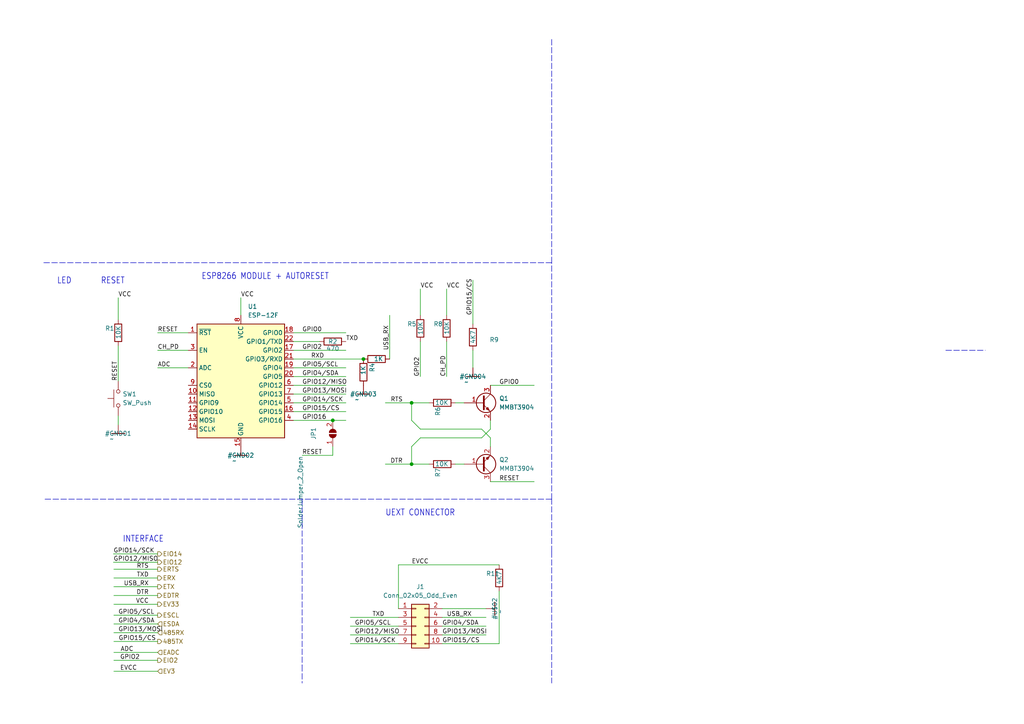
<source format=kicad_sch>
(kicad_sch (version 20211123) (generator eeschema)
  (paper "A4")
  (lib_symbols
    (symbol "CPU_ESPID12-eagle-import:GND" (power)
      (property "Value" "GND" (at -2.54 -2.54 0))
      (symbol "GND_1_0"
        (polyline (pts (xy -1.905 0) (xy 1.905 0)) (stroke (width 0.254)))
        (pin power_in line (at 0 2.54 270) (length 2.54) (name "GND") (number "1"))
      )
    )
    (symbol "Connector_Generic:Conn_02x05_Odd_Even" (pin_names (offset 1.016) hide)
      (property "Reference" "J" (at 1.27 7.62 0))
      (property "Value" "Conn_02x05_Odd_Even" (at 1.27 -7.62 0))
      (symbol "Conn_02x05_Odd_Even_1_1"
        (rectangle (start -1.27 -4.953) (end 0 -5.207) (stroke (width 0.1524)))
        (rectangle (start -1.27 -2.413) (end 0 -2.667) (stroke (width 0.1524)))
        (rectangle (start -1.27 0.127) (end 0 -0.127) (stroke (width 0.1524)))
        (rectangle (start -1.27 2.667) (end 0 2.413) (stroke (width 0.1524)))
        (rectangle (start -1.27 5.207) (end 0 4.953) (stroke (width 0.1524)))
        (rectangle (start -1.27 6.35) (end 3.81 -6.35) (stroke (width 0.254)) (fill (type background)))
        (rectangle (start 3.81 -4.953) (end 2.54 -5.207) (stroke (width 0.1524)))
        (rectangle (start 3.81 -2.413) (end 2.54 -2.667) (stroke (width 0.1524)))
        (rectangle (start 3.81 0.127) (end 2.54 -0.127) (stroke (width 0.1524)))
        (rectangle (start 3.81 2.667) (end 2.54 2.413) (stroke (width 0.1524)))
        (rectangle (start 3.81 5.207) (end 2.54 4.953) (stroke (width 0.1524)))
        (pin passive line (at -5.08 5.08 0) (length 3.81) (name "Pin_1") (number "1"))
        (pin passive line (at 7.62 -5.08 180) (length 3.81) (name "Pin_10") (number "10"))
        (pin passive line (at 7.62 5.08 180) (length 3.81) (name "Pin_2") (number "2"))
        (pin passive line (at -5.08 2.54 0) (length 3.81) (name "Pin_3") (number "3"))
        (pin passive line (at 7.62 2.54 180) (length 3.81) (name "Pin_4") (number "4"))
        (pin passive line (at -5.08 0 0) (length 3.81) (name "Pin_5") (number "5"))
        (pin passive line (at 7.62 0 180) (length 3.81) (name "Pin_6") (number "6"))
        (pin passive line (at -5.08 -2.54 0) (length 3.81) (name "Pin_7") (number "7"))
        (pin passive line (at 7.62 -2.54 180) (length 3.81) (name "Pin_8") (number "8"))
        (pin passive line (at -5.08 -5.08 0) (length 3.81) (name "Pin_9") (number "9"))
      )
    )
    (symbol "Device:R" (pin_numbers hide) (pin_names (offset 0))
      (property "Reference" "R" (at 2.032 0 90))
      (property "Value" "R" (at 0 0 90))
      (symbol "R_0_1"
        (rectangle (start -1.016 -2.54) (end 1.016 2.54) (stroke (width 0.254)))
      )
      (symbol "R_1_1"
        (pin passive line (at 0 3.81 270) (length 1.27) (name "~") (number "1"))
        (pin passive line (at 0 -3.81 90) (length 1.27) (name "~") (number "2"))
      )
    )
    (symbol "Jumper:SolderJumper_2_Open" (pin_names (offset 0) hide)
      (property "Reference" "JP" (at 0 2.032 0))
      (property "Value" "SolderJumper_2_Open" (at 0 -2.54 0))
      (symbol "SolderJumper_2_Open_0_1"
        (arc (start -0.254 1.016) (mid -1.27 0) (end -0.254 -1.016))
        (arc (start -0.254 1.016) (mid -1.27 0) (end -0.254 -1.016) (fill (type outline)))
        (polyline (pts (xy -0.254 1.016) (xy -0.254 -1.016)))
        (polyline (pts (xy 0.254 1.016) (xy 0.254 -1.016)))
        (arc (start 0.254 -1.016) (mid 1.27 0) (end 0.254 1.016))
        (arc (start 0.254 -1.016) (mid 1.27 0) (end 0.254 1.016) (fill (type outline)))
      )
      (symbol "SolderJumper_2_Open_1_1"
        (pin passive line (at -3.81 0 0) (length 2.54) (name "A") (number "1"))
        (pin passive line (at 3.81 0 180) (length 2.54) (name "B") (number "2"))
      )
    )
    (symbol "RF_Module:ESP-12F"
      (property "Reference" "U" (at -12.7 19.05 0))
      (property "Value" "ESP-12F" (at 12.7 19.05 0))
      (symbol "ESP-12F_0_1"
        (rectangle (start -12.7 17.78) (end 12.7 -15.24) (stroke (width 0.254)) (fill (type background)))
      )
      (symbol "ESP-12F_1_1"
        (pin input line (at -15.24 15.24 0) (length 2.54) (name "~{RST}") (number "1"))
        (pin bidirectional line (at -15.24 -2.54 0) (length 2.54) (name "MISO") (number "10"))
        (pin bidirectional line (at -15.24 -5.08 0) (length 2.54) (name "GPIO9") (number "11"))
        (pin bidirectional line (at -15.24 -7.62 0) (length 2.54) (name "GPIO10") (number "12"))
        (pin bidirectional line (at -15.24 -10.16 0) (length 2.54) (name "MOSI") (number "13"))
        (pin bidirectional line (at -15.24 -12.7 0) (length 2.54) (name "SCLK") (number "14"))
        (pin power_in line (at 0 -17.78 90) (length 2.54) (name "GND") (number "15"))
        (pin bidirectional line (at 15.24 -7.62 180) (length 2.54) (name "GPIO15") (number "16"))
        (pin bidirectional line (at 15.24 10.16 180) (length 2.54) (name "GPIO2") (number "17"))
        (pin bidirectional line (at 15.24 15.24 180) (length 2.54) (name "GPIO0") (number "18"))
        (pin bidirectional line (at 15.24 5.08 180) (length 2.54) (name "GPIO4") (number "19"))
        (pin input line (at -15.24 5.08 0) (length 2.54) (name "ADC") (number "2"))
        (pin bidirectional line (at 15.24 2.54 180) (length 2.54) (name "GPIO5") (number "20"))
        (pin bidirectional line (at 15.24 7.62 180) (length 2.54) (name "GPIO3/RXD") (number "21"))
        (pin bidirectional line (at 15.24 12.7 180) (length 2.54) (name "GPIO1/TXD") (number "22"))
        (pin input line (at -15.24 10.16 0) (length 2.54) (name "EN") (number "3"))
        (pin bidirectional line (at 15.24 -10.16 180) (length 2.54) (name "GPIO16") (number "4"))
        (pin bidirectional line (at 15.24 -5.08 180) (length 2.54) (name "GPIO14") (number "5"))
        (pin bidirectional line (at 15.24 0 180) (length 2.54) (name "GPIO12") (number "6"))
        (pin bidirectional line (at 15.24 -2.54 180) (length 2.54) (name "GPIO13") (number "7"))
        (pin power_in line (at 0 20.32 270) (length 2.54) (name "VCC") (number "8"))
        (pin input line (at -15.24 0 0) (length 2.54) (name "CS0") (number "9"))
      )
    )
    (symbol "Switch:SW_Push" (pin_numbers hide) (pin_names (offset 1.016) hide)
      (property "Reference" "SW" (at 1.27 2.54 0))
      (property "Value" "SW_Push" (at 0 -1.524 0))
      (symbol "SW_Push_0_1"
        (circle (center -2.032 0) (radius 0.508))
        (polyline (pts (xy 0 1.27) (xy 0 3.048)))
        (polyline (pts (xy 2.54 1.27) (xy -2.54 1.27)))
        (circle (center 2.032 0) (radius 0.508))
        (pin passive line (at -5.08 0 0) (length 2.54) (name "1") (number "1"))
        (pin passive line (at 5.08 0 180) (length 2.54) (name "2") (number "2"))
      )
    )
    (symbol "Transistor_BJT:MMBT3904" (pin_names (offset 0) hide)
      (property "Reference" "Q" (at 5.08 1.905 0))
      (property "Value" "MMBT3904" (at 5.08 0 0))
      (symbol "MMBT3904_0_1"
        (polyline (pts (xy 0.635 0.635) (xy 2.54 2.54)))
        (polyline (pts (xy 0.635 -0.635) (xy 2.54 -2.54) (xy 2.54 -2.54)))
        (polyline (pts (xy 0.635 1.905) (xy 0.635 -1.905) (xy 0.635 -1.905)) (stroke (width 0.508)))
        (polyline (pts (xy 1.27 -1.778) (xy 1.778 -1.27) (xy 2.286 -2.286) (xy 1.27 -1.778) (xy 1.27 -1.778)) (fill (type outline)))
        (circle (center 1.27 0) (radius 2.8194) (stroke (width 0.254)))
      )
      (symbol "MMBT3904_1_1"
        (pin input line (at -5.08 0 0) (length 5.715) (name "B") (number "1"))
        (pin passive line (at 2.54 -5.08 90) (length 2.54) (name "E") (number "2"))
        (pin passive line (at 2.54 5.08 270) (length 2.54) (name "C") (number "3"))
      )
    )
  )
  (junction (at 96.52 121.92))
  (junction (at 119.38 134.62))
  (junction (at 119.38 116.84))
  (junction (at 105.41 104.14))
  (wire (pts (xy 115.57 176.53) (xy 115.57 163.83)))
  (polyline (pts (xy 87.63 144.78) (xy 87.63 193.04)))
  (wire (pts (xy 85.09 121.92) (xy 96.52 121.92)))
  (wire (pts (xy 101.6 181.61) (xy 115.57 181.61)))
  (wire (pts (xy 144.78 171.45) (xy 144.78 186.69)))
  (wire (pts (xy 85.09 114.3) (xy 100.33 114.3)))
  (wire (pts (xy 142.24 129.54) (xy 142.24 127)))
  (wire (pts (xy 121.92 124.46) (xy 119.38 121.92)))
  (polyline (pts (xy 12.7 76.2) (xy 129.54 76.2)))
  (wire (pts (xy 85.09 116.84) (xy 100.33 116.84)))
  (polyline (pts (xy 160.02 76.2) (xy 160.02 22.86)))
  (polyline (pts (xy 87.63 193.04) (xy 87.63 198.12)))
  (wire (pts (xy 101.6 179.07) (xy 115.57 179.07)))
  (wire (pts (xy 33.02 191.516) (xy 45.72 191.516)))
  (wire (pts (xy 137.16 93.98) (xy 137.16 81.28)))
  (wire (pts (xy 45.72 96.52) (xy 54.61 96.52)))
  (wire (pts (xy 33.02 194.691) (xy 45.72 194.691)))
  (wire (pts (xy 128.27 186.69) (xy 144.78 186.69)))
  (wire (pts (xy 85.09 99.06) (xy 92.71 99.06)))
  (wire (pts (xy 137.16 101.6) (xy 137.16 106.68)))
  (wire (pts (xy 132.08 116.84) (xy 134.62 116.84)))
  (wire (pts (xy 33.02 183.515) (xy 45.72 183.515)))
  (wire (pts (xy 34.29 100.33) (xy 34.29 110.49)))
  (wire (pts (xy 111.76 116.84) (xy 119.38 116.84)))
  (wire (pts (xy 100.33 106.68) (xy 85.09 106.68)))
  (wire (pts (xy 33.02 189.23) (xy 45.72 189.23)))
  (wire (pts (xy 128.27 179.07) (xy 140.97 179.07)))
  (wire (pts (xy 45.72 172.72) (xy 33.02 172.72)))
  (wire (pts (xy 85.09 109.22) (xy 100.33 109.22)))
  (wire (pts (xy 45.72 170.18) (xy 33.02 170.18)))
  (polyline (pts (xy 160.02 101.6) (xy 160.02 76.2)))
  (wire (pts (xy 128.27 176.53) (xy 140.97 176.53)))
  (wire (pts (xy 139.7 124.46) (xy 121.92 124.46)))
  (polyline (pts (xy 274.32 101.6) (xy 285.75 101.6)))
  (wire (pts (xy 85.09 96.52) (xy 100.33 96.52)))
  (wire (pts (xy 96.52 121.92) (xy 100.33 121.92)))
  (wire (pts (xy 85.09 119.38) (xy 100.33 119.38)))
  (wire (pts (xy 154.94 139.7) (xy 142.24 139.7)))
  (wire (pts (xy 101.6 184.15) (xy 115.57 184.15)))
  (wire (pts (xy 121.92 127) (xy 119.38 129.54)))
  (polyline (pts (xy 160.02 160.02) (xy 160.02 144.78)))
  (wire (pts (xy 119.38 121.92) (xy 119.38 116.84)))
  (polyline (pts (xy 160.02 76.2) (xy 129.54 76.2)))
  (wire (pts (xy 142.24 127) (xy 139.7 124.46)))
  (wire (pts (xy 128.27 181.61) (xy 140.97 181.61)))
  (wire (pts (xy 45.72 101.6) (xy 54.61 101.6)))
  (wire (pts (xy 34.29 86.36) (xy 34.29 92.71)))
  (wire (pts (xy 142.24 111.76) (xy 154.94 111.76)))
  (wire (pts (xy 33.02 167.64) (xy 45.72 167.64)))
  (wire (pts (xy 33.02 175.26) (xy 45.72 175.26)))
  (wire (pts (xy 113.03 104.14) (xy 113.03 91.44)))
  (wire (pts (xy 129.54 83.82) (xy 129.54 91.44)))
  (wire (pts (xy 33.02 165.1) (xy 45.72 165.1)))
  (wire (pts (xy 100.33 101.6) (xy 85.09 101.6)))
  (wire (pts (xy 33.02 180.975) (xy 45.72 180.975)))
  (wire (pts (xy 119.38 134.62) (xy 111.76 134.62)))
  (wire (pts (xy 115.57 163.83) (xy 144.78 163.83)))
  (wire (pts (xy 96.52 129.54) (xy 96.52 132.08)))
  (wire (pts (xy 142.24 121.92) (xy 142.24 124.46)))
  (wire (pts (xy 33.02 178.435) (xy 45.72 178.435)))
  (wire (pts (xy 85.09 104.14) (xy 105.41 104.14)))
  (wire (pts (xy 101.6 186.69) (xy 115.57 186.69)))
  (wire (pts (xy 69.85 86.36) (xy 69.85 91.44)))
  (wire (pts (xy 119.38 116.84) (xy 124.46 116.84)))
  (wire (pts (xy 33.02 186.055) (xy 45.72 186.055)))
  (wire (pts (xy 128.27 184.15) (xy 140.97 184.15)))
  (wire (pts (xy 32.893 163.068) (xy 45.72 163.068)))
  (wire (pts (xy 32.893 160.655) (xy 45.72 160.655)))
  (wire (pts (xy 34.29 120.65) (xy 34.29 123.19)))
  (wire (pts (xy 85.09 111.76) (xy 100.33 111.76)))
  (polyline (pts (xy 160.02 144.78) (xy 124.46 144.78)))
  (polyline (pts (xy 160.02 144.78) (xy 160.02 101.6)))
  (wire (pts (xy 139.7 127) (xy 121.92 127)))
  (wire (pts (xy 134.62 134.62) (xy 132.08 134.62)))
  (wire (pts (xy 119.38 134.62) (xy 124.46 134.62)))
  (wire (pts (xy 45.72 106.68) (xy 54.61 106.68)))
  (polyline (pts (xy 160.02 160.02) (xy 160.02 198.12)))
  (wire (pts (xy 119.38 129.54) (xy 119.38 134.62)))
  (wire (pts (xy 129.54 99.06) (xy 129.54 109.22)))
  (wire (pts (xy 121.92 83.82) (xy 121.92 91.44)))
  (wire (pts (xy 142.24 124.46) (xy 139.7 127)))
  (polyline (pts (xy 124.46 144.78) (xy 12.7 144.78)))
  (wire (pts (xy 87.63 132.08) (xy 96.52 132.08)))
  (wire (pts (xy 121.92 99.06) (xy 121.92 109.22)))
  (polyline (pts (xy 160.02 11.43) (xy 160.02 22.86)))
  (text "UEXT CONNECTOR" (at 111.76 149.86 180) (effects (font (size 1.778 1.5113)) (justify left bottom)))
  (text "LED" (at 16.51 82.55 180) (effects (font (size 1.778 1.5113)) (justify left bottom)))
  (text "INTERFACE" (at 35.56 157.48 180) (effects (font (size 1.778 1.5113)) (justify left bottom)))
  (text "ESP8266 MODULE + AUTORESET" (at 58.42 81.28 180) (effects (font (size 1.778 1.5113)) (justify left bottom)))
  (text "RESET" (at 29.21 82.55 180) (effects (font (size 1.778 1.5113)) (justify left bottom)))
  (label "GPIO4/SDA" (at 128.27 181.61 0) (effects (font (size 1.2446 1.2446))))
  (label "GPIO15{slash}CS" (at 34.3523 186.055 0))
  (label "CH_PD" (at 129.54 109.22 90) (effects (font (size 1.2446 1.2446))))
  (label "VCC" (at 129.54 83.82 0))
  (label "GPIO12{slash}MISO" (at 102.87 184.15 0))
  (label "TXD" (at 107.95 179.07 0) (effects (font (size 1.2446 1.2446))))
  (label "EVCC" (at 34.798 194.691 0))
  (label "GPIO0" (at 87.63 96.52 0) (effects (font (size 1.2446 1.2446))))
  (label "ADC" (at 45.72 106.68 0) (effects (font (size 1.2446 1.2446))))
  (label "GPIO16" (at 87.63 121.92 0))
  (label "GPIO15{slash}CS" (at 128.27 186.69 0))
  (label "GPIO5/SCL" (at 34.29 178.435 0) (effects (font (size 1.2446 1.2446))))
  (label "EVCC" (at 119.38 163.83 0))
  (label "RESET" (at 87.63 132.08 0) (effects (font (size 1.2446 1.2446))))
  (label "TXD" (at 43.18 167.64 180) (effects (font (size 1.2446 1.2446))))
  (label "DTR" (at 43.18 172.72 180) (effects (font (size 1.2446 1.2446))))
  (label "RTS" (at 116.84 116.84 180) (effects (font (size 1.2446 1.2446))))
  (label "RESET" (at 144.78 139.7 0) (effects (font (size 1.2446 1.2446))))
  (label "GPIO15{slash}CS" (at 137.16 91.44 90) (effects (font (size 1.2446 1.2446))))
  (label "DTR" (at 116.84 134.62 180) (effects (font (size 1.2446 1.2446))))
  (label "GPIO5/SCL" (at 102.87 181.61 0) (effects (font (size 1.2446 1.2446))))
  (label "VCC" (at 39.37 175.26 0))
  (label "GPIO2" (at 121.92 109.22 90) (effects (font (size 1.2446 1.2446))))
  (label "RESET" (at 34.29 110.49 90) (effects (font (size 1.2446 1.2446))))
  (label "GPIO13{slash}MOSI" (at 34.29 183.515 0))
  (label "GPIO13{slash}MOSI" (at 87.63 114.3 0))
  (label "GPIO12{slash}MISO" (at 32.893 163.068 0))
  (label "RXD" (at 90.17 104.14 0) (effects (font (size 1.2446 1.2446))))
  (label "VCC" (at 69.85 86.36 0))
  (label "GPIO2" (at 87.63 101.6 0) (effects (font (size 1.2446 1.2446))))
  (label "RTS" (at 43.18 165.1 180) (effects (font (size 1.2446 1.2446))))
  (label "GPIO4/SDA" (at 87.63 109.22 0) (effects (font (size 1.2446 1.2446))))
  (label "GPIO14{slash}SCK" (at 87.63 116.84 0) (effects (font (size 1.2446 1.2446))))
  (label "VCC" (at 121.92 83.82 0))
  (label "GPIO15{slash}CS" (at 87.63 119.38 0))
  (label "GPIO0" (at 144.78 111.76 0) (effects (font (size 1.2446 1.2446))))
  (label "GPIO13{slash}MOSI" (at 128.27 184.15 0))
  (label "GPIO5/SCL" (at 87.63 106.68 0) (effects (font (size 1.2446 1.2446))))
  (label "USB_RX" (at 43.18 170.18 180) (effects (font (size 1.2446 1.2446))))
  (label "ADC" (at 34.925 189.23 0))
  (label "RESET" (at 45.72 96.52 0) (effects (font (size 1.2446 1.2446))))
  (label "VCC" (at 34.29 86.36 0))
  (label "GPIO12{slash}MISO" (at 87.63 111.76 0))
  (label "GPIO4/SDA" (at 34.29 180.975 0) (effects (font (size 1.2446 1.2446))))
  (label "GPIO14{slash}SCK" (at 102.87 186.69 0) (effects (font (size 1.2446 1.2446))))
  (label "USB_RX" (at 129.54 179.07 0) (effects (font (size 1.2446 1.2446))))
  (label "GPIO14{slash}SCK" (at 32.893 160.655 0) (effects (font (size 1.2446 1.2446))))
  (label "TXD" (at 100.33 99.06 0) (effects (font (size 1.2446 1.2446))))
  (label "USB_RX" (at 113.03 101.6 90) (effects (font (size 1.2446 1.2446))))
  (label "GPIO2" (at 34.798 191.516 0) (effects (font (size 1.2446 1.2446))))
  (label "CH_PD" (at 45.72 101.6 0) (effects (font (size 1.2446 1.2446))))
  (hierarchical_label "485RX" (shape input) (at 45.72 183.515 0))
  (hierarchical_label "ESCL" (shape output) (at 45.72 178.435 0))
  (hierarchical_label "EV3" (shape input) (at 45.72 194.691 0))
  (hierarchical_label "EIO12" (shape output) (at 45.72 163.068 0))
  (hierarchical_label "ERTS" (shape output) (at 45.72 165.1 0))
  (hierarchical_label "ERX" (shape output) (at 45.72 167.64 0))
  (hierarchical_label "485TX" (shape output) (at 45.72 186.055 0))
  (hierarchical_label "EADC" (shape input) (at 45.72 189.23 0))
  (hierarchical_label "ESDA" (shape input) (at 45.72 180.975 0))
  (hierarchical_label "EV33" (shape output) (at 45.72 175.26 0))
  (hierarchical_label "EDTR" (shape output) (at 45.72 172.72 0))
  (hierarchical_label "EIO2" (shape output) (at 45.72 191.516 0))
  (hierarchical_label "EIO14" (shape output) (at 45.72 160.655 0))
  (hierarchical_label "ETX" (shape output) (at 45.72 170.18 0))
  (symbol (lib_id "Device:R") (at 128.27 134.62 90) (unit 1)
    (property "Reference" "R7" (at 127 138.43 0) (effects (justify left)))
    (property "Value" "10K" (at 130.0903 134.5776 90) (effects (justify left)))
    (property "Footprint" "Resistor_SMD:R_0805_2012Metric" (effects hide))
  )
  (symbol (lib_id "Transistor_BJT:MMBT3904") (at 139.7 116.84 0) (unit 1)
    (property "Reference" "Q1" (at 144.78 115.5699 0) (effects (justify left)))
    (property "Value" "MMBT3904" (at 144.78 118.1099 0) (effects (justify left)))
    (property "Footprint" "Package_TO_SOT_SMD:SOT-23" (effects hide))
    (property "Datasheet" "https://www.onsemi.com/pub/Collateral/2N3903-D.PDF" (effects hide))
  )
  (symbol (lib_id "RF_Module:ESP-12F") (at 69.85 111.76 0) (unit 1)
    (property "Reference" "U1" (at 71.8694 88.9 0) (effects (justify left)))
    (property "Value" "ESP-12F" (at 71.8694 91.44 0) (effects (justify left)))
    (property "Footprint" "RF_Module:ESP-12E" (effects hide))
    (property "Datasheet" "http://wiki.ai-thinker.com/_media/esp8266/esp8266_series_modules_user_manual_v1.1.pdf" (effects hide))
  )
  (symbol (lib_id "CPU_ESPID12-eagle-import:GND") (at 137.16 109.22 0) (unit 1)
    (property "Reference" "#GND04" (at 137.16 109.22 0))
    (property "Value" "~" (at 134.62 111.76 0) (effects (font (size 1.778 1.5113)) (justify left bottom)))
  )
  (symbol (lib_id "Device:R") (at 109.22 104.14 90) (unit 1)
    (property "Reference" "R4" (at 107.95 107.95 0) (effects (justify left)))
    (property "Value" "1K" (at 111.125 104.0977 90) (effects (justify left)))
    (property "Footprint" "Resistor_SMD:R_0805_2012Metric" (effects hide))
  )
  (symbol (lib_id "Device:R") (at 129.54 95.25 0) (unit 1)
    (property "Reference" "R8" (at 125.73 93.98 0) (effects (justify left)))
    (property "Value" "10K" (at 129.5824 97.0703 90) (effects (justify left)))
    (property "Footprint" "Resistor_SMD:R_0805_2012Metric" (effects hide))
  )
  (symbol (lib_id "Device:R") (at 105.41 107.95 180) (unit 1)
    (property "Reference" "R3" (effects hide))
    (property "Value" "1K" (at 105.3677 106.045 90) (effects (justify left)))
    (property "Footprint" "Resistor_SMD:R_0805_2012Metric" (effects hide))
  )
  (symbol (lib_id "Device:R") (at 137.16 97.79 0) (unit 1)
    (property "Reference" "R9" (at 141.986 98.552 0) (effects (justify left)))
    (property "Value" "4K7" (at 137.2023 99.695 90) (effects (justify left)))
    (property "Footprint" "Resistor_SMD:R_0805_2012Metric" (effects hide))
  )
  (symbol (lib_id "Device:R") (at 96.52 99.06 90) (unit 1)
    (property "Reference" "R2" (at 96.52 99.06 90))
    (property "Value" "470" (at 96.52 101.092 90))
    (property "Footprint" "Resistor_SMD:R_0805_2012Metric" (effects hide))
  )
  (symbol (lib_id "Device:R") (at 144.78 167.64 0) (unit 1)
    (property "Reference" "R11" (at 140.97 166.37 0) (effects (justify left)))
    (property "Value" "4K7" (at 144.8223 169.545 90) (effects (justify left)))
    (property "Footprint" "Resistor_SMD:R_0805_2012Metric" (effects hide))
  )
  (symbol (lib_id "CPU_ESPID12-eagle-import:GND") (at 69.85 132.08 0) (unit 1)
    (property "Reference" "#GND02" (at 69.85 132.08 0))
    (property "Value" "~" (at 67.31 134.62 0) (effects (font (size 1.778 1.5113)) (justify left bottom)))
  )
  (symbol (lib_id "Device:R") (at 121.92 95.25 0) (unit 1)
    (property "Reference" "R5" (at 118.11 93.98 0) (effects (justify left)))
    (property "Value" "10K" (at 121.9623 97.155 90) (effects (justify left)))
    (property "Footprint" "Resistor_SMD:R_0805_2012Metric" (effects hide))
  )
  (symbol (lib_id "Switch:SW_Push") (at 34.29 115.57 90) (unit 1)
    (property "Reference" "SW1" (at 35.56 114.2999 90) (effects (justify right)))
    (property "Value" "SW_Push" (at 35.56 116.8399 90) (effects (justify right)))
    (property "Footprint" "Button_Switch_SMD:SW_SPST_B3U-1000P-B" (effects hide))
  )
  (symbol (lib_id "Device:R") (at 128.27 116.84 90) (unit 1)
    (property "Reference" "R6" (at 127 120.65 0) (effects (justify left)))
    (property "Value" "10K" (at 130.0903 116.7976 90) (effects (justify left)))
    (property "Footprint" "Resistor_SMD:R_0805_2012Metric" (effects hide))
  )
  (symbol (lib_id "CPU_ESPID12-eagle-import:GND") (at 105.41 114.3 0) (unit 1)
    (property "Reference" "#GND03" (at 105.41 114.3 0))
    (property "Value" "~" (at 102.87 116.84 0) (effects (font (size 1.778 1.5113)) (justify left bottom)))
  )
  (symbol (lib_id "Connector_Generic:Conn_02x05_Odd_Even") (at 120.65 181.61 0) (unit 1)
    (property "Reference" "J1" (at 121.92 170.18 0))
    (property "Value" "Conn_02x05_Odd_Even" (at 121.92 172.72 0))
    (property "Footprint" "Connector_IDC:IDC-Header_2x05_P2.54mm_Vertical" (effects hide))
  )
  (symbol (lib_id "Device:R") (at 34.29 96.52 0) (unit 1)
    (property "Reference" "R1" (at 30.48 95.25 0) (effects (justify left)))
    (property "Value" "10K" (at 34.3324 98.3403 90) (effects (justify left)))
    (property "Footprint" "Resistor_SMD:R_0805_2012Metric" (effects hide))
  )
  (symbol (lib_id "Jumper:SolderJumper_2_Open") (at 96.52 125.73 90) (unit 1)
    (property "Reference" "JP1" (at 90.932 125.73 0))
    (property "Value" "SolderJumper_2_Open" (at 87.122 142.748 0))
    (property "Footprint" "Jumper:SolderJumper-2_P1.3mm_Open_RoundedPad1.0x1.5mm" (effects hide))
  )
  (symbol (lib_id "Transistor_BJT:MMBT3904") (at 139.7 134.62 0) (mirror x) (unit 1)
    (property "Reference" "Q2" (at 144.78 133.3499 0) (effects (justify left)))
    (property "Value" "MMBT3904" (at 144.78 135.8899 0) (effects (justify left)))
    (property "Footprint" "Package_TO_SOT_SMD:SOT-23" (effects hide))
    (property "Datasheet" "https://www.onsemi.com/pub/Collateral/2N3903-D.PDF" (effects hide))
  )
  (symbol (lib_id "CPU_ESPID12-eagle-import:GND") (at 143.51 176.53 90) (unit 1)
    (property "Reference" "#U$02" (at 143.51 176.53 0))
    (property "Value" "~" (at 146.05 178.054 0) (effects (font (size 1.778 1.5113)) (justify left bottom)))
  )
  (symbol (lib_id "CPU_ESPID12-eagle-import:GND") (at 34.29 125.73 0) (unit 1)
    (property "Reference" "#GND01" (at 34.29 125.73 0))
    (property "Value" "~" (at 31.75 128.27 0) (effects (font (size 1.778 1.5113)) (justify left bottom)))
  )
)
</source>
